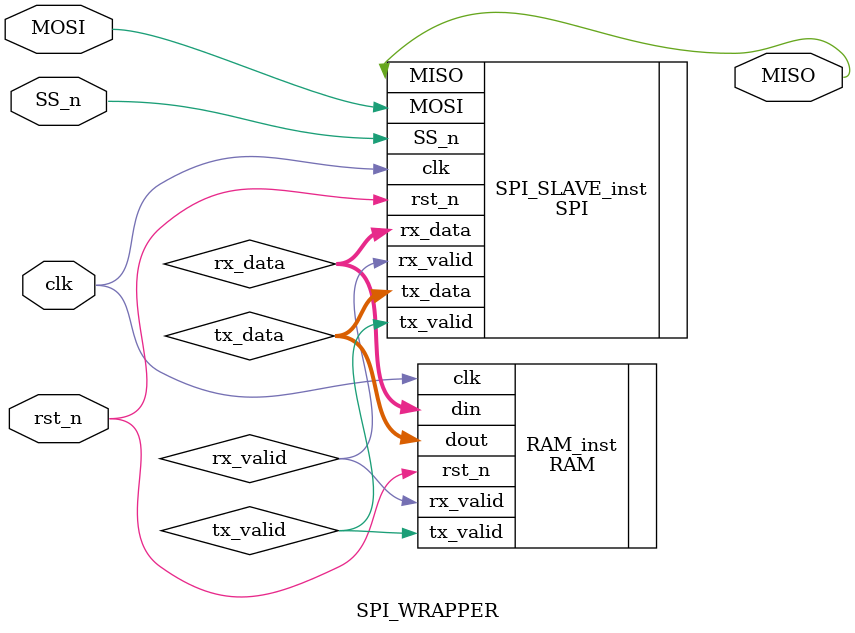
<source format=v>
module SPI_WRAPPER (
    input MOSI ,  
    input clk  , 
    input rst_n , 
    input SS_n ,
    output MISO 
) ; 

parameter  MEM_DEPTH = 256 ; 
parameter ADDR_SIZE = 8 ; 

wire [9:0] rx_data ; 
wire rx_valid ; 
wire [7:0] tx_data ; 
wire tx_valid ; 

SPI SPI_SLAVE_inst (
    .clk(clk), 
    .rst_n(rst_n) , 
    .SS_n(SS_n) , 
    .MOSI(MOSI) , 
    .rx_data(rx_data) , 
    .rx_valid (rx_valid) , 
    .tx_valid (tx_valid) , 
    .tx_data (tx_data) ,
    .MISO (MISO) 
) ; 

RAM #(.MEM_DEPTH(MEM_DEPTH ) ,.ADDR_SIZE(ADDR_SIZE) ) RAM_inst  (
    .clk(clk) , 
    .rst_n (rst_n) , 
    .din(rx_data) , 
    .rx_valid(rx_valid) , 
    .dout(tx_data) ,
    .tx_valid(tx_valid) 
) ; 

endmodule
</source>
